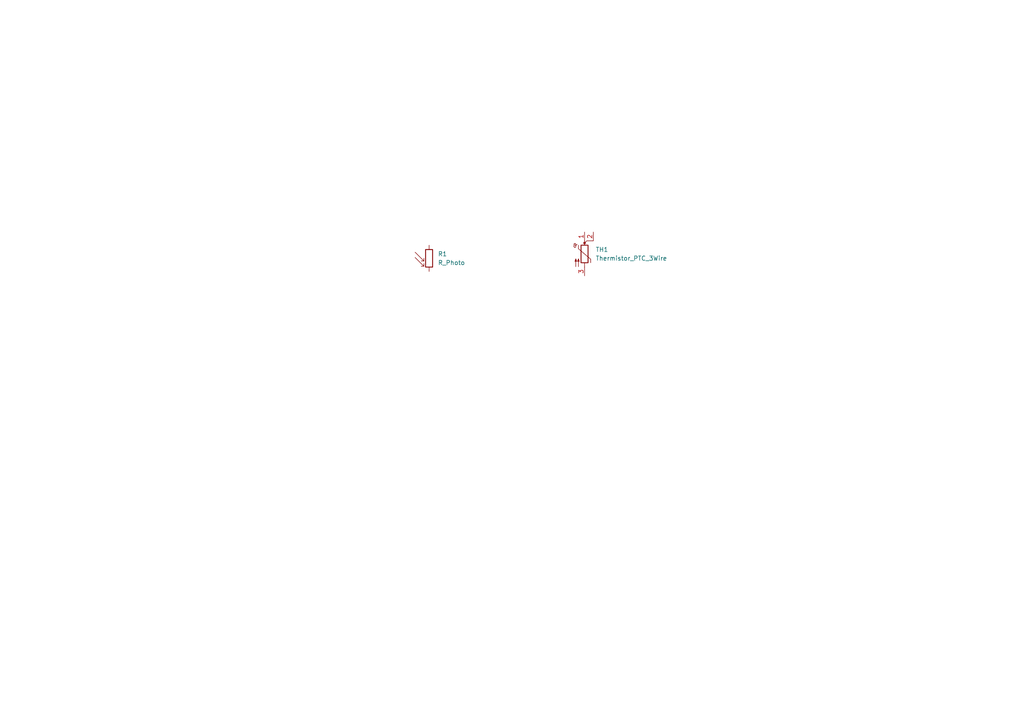
<source format=kicad_sch>
(kicad_sch (version 20230121) (generator eeschema)
  (paper "A4")
  (lib_symbols
    (symbol "Device:R_Photo" (pin_numbers hide) (pin_names (offset 0))
      (property "Reference" "R" (at 1.27 1.27 0))
      (property "Value" "R_Photo" (at 1.27 0 0))
      (symbol "R_Photo_0_1"
        (rectangle (start -1.016 2.54) (end 1.016 -2.54) (stroke (width 0.254)))
        (polyline (pts (xy -1.524 -2.286) (xy -4.064 0.254)))
        (polyline (pts (xy -1.524 -2.286) (xy -2.286 -2.286)))
        (polyline (pts (xy -1.524 -2.286) (xy -1.524 -1.524)))
        (polyline (pts (xy -1.524 -0.762) (xy -4.064 1.778)))
        (polyline (pts (xy -1.524 -0.762) (xy -2.286 -0.762)))
        (polyline (pts (xy -1.524 -0.762) (xy -1.524 0)))
      )
      (symbol "R_Photo_1_1"
        (pin passive line (at 0 3.81 270) (length 1.27) (name "~") (number "1"))
        (pin passive line (at 0 -3.81 90) (length 1.27) (name "~") (number "2"))
      )
    )
    (symbol "Device:Thermistor_PTC_3Wire" (pin_names (offset 0))
      (property "Reference" "TH" (at 1.905 1.27 0))
      (property "Value" "Thermistor_PTC_3Wire" (at 1.905 -1.27 0))
      (symbol "Thermistor_PTC_3Wire_0_1"
        (arc (start -3.048 2.159) (mid -3.0495 2.3143) (end -3.175 2.413))
        (arc (start -3.048 2.159) (mid -2.9736 1.9794) (end -2.794 1.905))
        (arc (start -3.048 2.794) (mid -2.9736 2.6144) (end -2.794 2.54))
        (arc (start -2.794 1.905) (mid -2.6144 1.9794) (end -2.54 2.159))
        (arc (start -2.794 2.54) (mid -2.4393 2.5587) (end -2.159 2.794))
        (arc (start -2.794 3.048) (mid -2.9736 2.9736) (end -3.048 2.794))
        (arc (start -2.54 2.794) (mid -2.6144 2.9736) (end -2.794 3.048))
        (rectangle (start -1.016 2.54) (end 1.016 -2.54) (stroke (width 0.254)))
        (polyline (pts (xy -2.54 2.159) (xy -2.54 2.794)))
        (polyline (pts (xy 0 -3.81) (xy 0 -2.54)))
        (polyline (pts (xy 0 3.81) (xy 0 2.54)))
        (polyline (pts (xy 2.54 3.81) (xy 0.635 3.81) (xy 0 3.175)))
        (polyline (pts (xy -1.778 2.54) (xy -1.778 1.524) (xy 1.778 -1.524) (xy 1.778 -2.54)))
        (polyline (pts (xy -2.54 -3.683) (xy -2.54 -1.397) (xy -2.794 -2.159) (xy -2.286 -2.159) (xy -2.54 -1.397) (xy -2.54 -1.651)) (fill (type outline)))
        (polyline (pts (xy -1.778 -3.683) (xy -1.778 -1.397) (xy -2.032 -2.159) (xy -1.524 -2.159) (xy -1.778 -1.397) (xy -1.778 -1.651)) (fill (type outline)))
        (circle (center 0 3.175) (radius 0.2794) (fill (type outline)))
      )
      (symbol "Thermistor_PTC_3Wire_1_1"
        (pin passive line (at 0 6.35 270) (length 2.54) (name "~") (number "1"))
        (pin passive line (at 2.54 6.35 270) (length 2.54) (name "~") (number "2"))
        (pin passive line (at 0 -6.35 90) (length 2.54) (name "~") (number "3"))
      )
    )
  )
  (symbol (lib_id "Device:R_Photo") (at 124.46 74.93 0) (unit 1)
    (property "Reference" "R1" (at 127 73.66 0) (effects (justify left)))
    (property "Value" "R_Photo" (at 127 76.2 0) (effects (justify left)))
  )
  (symbol (lib_id "Device:Thermistor_PTC_3Wire") (at 169.545 73.66 0) (unit 1)
    (property "Reference" "TH1" (at 172.72 72.39 0) (effects (justify left)))
    (property "Value" "Thermistor_PTC_3Wire" (at 172.72 74.93 0) (effects (justify left)))
  )
)
</source>
